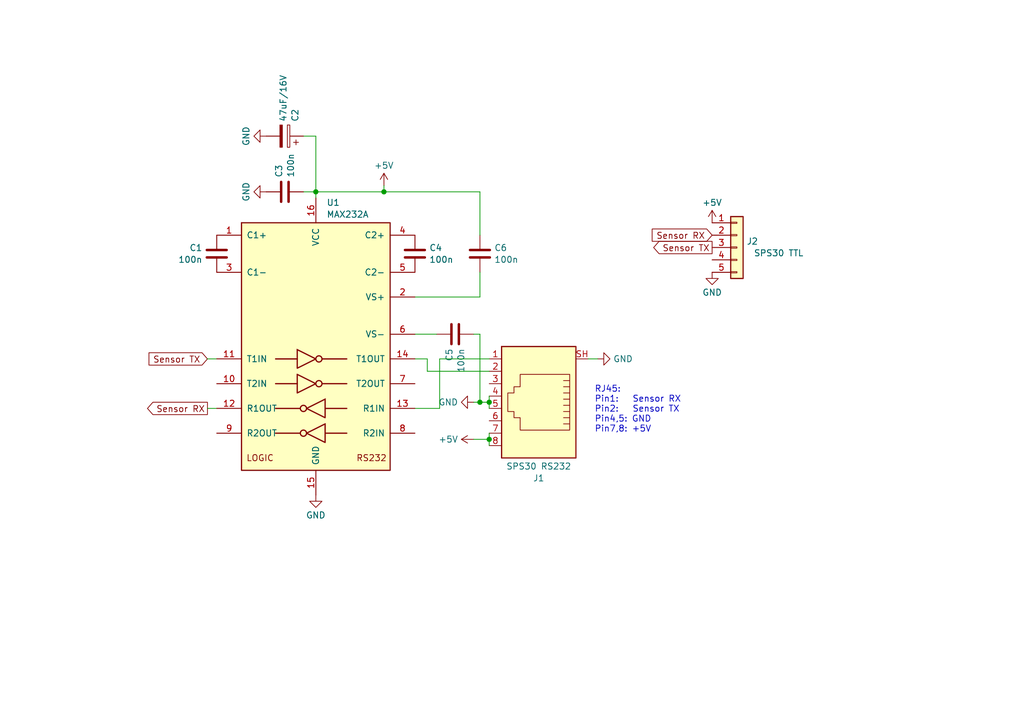
<source format=kicad_sch>
(kicad_sch (version 20231120) (generator "eeschema") (generator_version "8.0")
  (paper "A5")
  (lib_symbols
    (symbol "Connector:RJ45" (pin_names (offset 1.016))
      (property "Reference" "J1" (at 0 16.8443 0))
      (property "Value" "SPS30-1 RS232" (at 0 14.4201 0))
      (symbol "RJ45_0_1"
        (polyline (pts (xy -5.08 4.445) (xy -6.35 4.445)))
        (polyline (pts (xy -5.08 5.715) (xy -6.35 5.715)))
        (polyline (pts (xy -6.35 -3.175) (xy -5.08 -3.175) (xy -5.08 -3.175)))
        (polyline (pts (xy -6.35 -1.905) (xy -5.08 -1.905) (xy -5.08 -1.905)))
        (polyline (pts (xy -6.35 -0.635) (xy -5.08 -0.635) (xy -5.08 -0.635)))
        (polyline (pts (xy -6.35 0.635) (xy -5.08 0.635) (xy -5.08 0.635)))
        (polyline (pts (xy -6.35 1.905) (xy -5.08 1.905) (xy -5.08 1.905)))
        (polyline (pts (xy -5.08 3.175) (xy -6.35 3.175) (xy -6.35 3.175)))
        (polyline (pts (xy -6.35 -4.445) (xy -6.35 6.985) (xy 3.81 6.985) (xy 3.81 4.445) (xy 5.08 4.445) (xy 5.08 3.175) (xy 6.35 3.175) (xy 6.35 -0.635) (xy 5.08 -0.635) (xy 5.08 -1.905) (xy 3.81 -1.905) (xy 3.81 -4.445) (xy -6.35 -4.445) (xy -6.35 -4.445)))
        (rectangle (start 7.62 12.7) (end -7.62 -10.16) (stroke (width 0.254)) (fill (type background)))
      )
      (symbol "RJ45_1_1"
        (pin passive line (at 10.16 -7.62 180) (length 2.54) (name "~") (number "1"))
        (pin passive line (at 10.16 -5.08 180) (length 2.54) (name "~") (number "2"))
        (pin passive line (at 10.16 -2.54 180) (length 2.54) (name "~") (number "3"))
        (pin passive line (at 10.16 0 180) (length 2.54) (name "~") (number "4"))
        (pin passive line (at 10.16 2.54 180) (length 2.54) (name "~") (number "5"))
        (pin passive line (at 10.16 5.08 180) (length 2.54) (name "~") (number "6"))
        (pin passive line (at 10.16 7.62 180) (length 2.54) (name "~") (number "7"))
        (pin passive line (at 10.16 10.16 180) (length 2.54) (name "~") (number "8"))
        (pin passive line (at -10.16 -7.62 0) (length 2.54) (name "") (number "SH"))
      )
    )
    (symbol "Connector_Generic:Conn_01x05" (pin_names (offset 1.016) hide)
      (property "Reference" "J" (at 0 7.62 0))
      (property "Value" "Conn_01x05" (at 0 -7.62 0))
      (symbol "Conn_01x05_1_1"
        (rectangle (start -1.27 -4.953) (end 0 -5.207) (stroke (width 0.1524)))
        (rectangle (start -1.27 -2.413) (end 0 -2.667) (stroke (width 0.1524)))
        (rectangle (start -1.27 0.127) (end 0 -0.127) (stroke (width 0.1524)))
        (rectangle (start -1.27 2.667) (end 0 2.413) (stroke (width 0.1524)))
        (rectangle (start -1.27 5.207) (end 0 4.953) (stroke (width 0.1524)))
        (rectangle (start -1.27 6.35) (end 1.27 -6.35) (stroke (width 0.254)) (fill (type background)))
        (pin passive line (at -5.08 5.08 0) (length 3.81) (name "Pin_1") (number "1"))
        (pin passive line (at -5.08 2.54 0) (length 3.81) (name "Pin_2") (number "2"))
        (pin passive line (at -5.08 0 0) (length 3.81) (name "Pin_3") (number "3"))
        (pin passive line (at -5.08 -2.54 0) (length 3.81) (name "Pin_4") (number "4"))
        (pin passive line (at -5.08 -5.08 0) (length 3.81) (name "Pin_5") (number "5"))
      )
    )
    (symbol "Device:C" (pin_numbers hide) (pin_names (offset 0.254))
      (property "Reference" "C" (at 0.635 2.54 0))
      (property "Value" "C" (at 0.635 -2.54 0))
      (symbol "C_0_1"
        (polyline (pts (xy -2.032 -0.762) (xy 2.032 -0.762)) (stroke (width 0.508)))
        (polyline (pts (xy -2.032 0.762) (xy 2.032 0.762)) (stroke (width 0.508)))
      )
      (symbol "C_1_1"
        (pin passive line (at 0 3.81 270) (length 2.794) (name "~") (number "1"))
        (pin passive line (at 0 -3.81 90) (length 2.794) (name "~") (number "2"))
      )
    )
    (symbol "Device:C_Polarized" (pin_numbers hide) (pin_names (offset 0.254))
      (property "Reference" "C" (at 0.635 2.54 0))
      (property "Value" "C_Polarized" (at 0.635 -2.54 0))
      (symbol "C_Polarized_0_1"
        (rectangle (start -2.286 0.508) (end 2.286 1.016))
        (polyline (pts (xy -1.778 2.286) (xy -0.762 2.286)))
        (polyline (pts (xy -1.27 2.794) (xy -1.27 1.778)))
        (rectangle (start 2.286 -0.508) (end -2.286 -1.016) (fill (type outline)))
      )
      (symbol "C_Polarized_1_1"
        (pin passive line (at 0 3.81 270) (length 2.794) (name "~") (number "1"))
        (pin passive line (at 0 -3.81 90) (length 2.794) (name "~") (number "2"))
      )
    )
    (symbol "Interface_UART:MAX232" (pin_names (offset 1.016))
      (property "Reference" "U" (at -2.54 28.575 0))
      (property "Value" "MAX232" (at -2.54 26.67 0))
      (symbol "MAX232_0_0"
        (text "LOGIC" (at -11.43 -22.86 0) (effects (font (size 1.27 1.27))))
        (text "RS232" (at 11.43 -22.86 0) (effects (font (size 1.27 1.27))))
      )
      (symbol "MAX232_0_1"
        (rectangle (start -15.24 -25.4) (end 15.24 25.4) (stroke (width 0.254)) (fill (type background)))
        (circle (center -2.54 -17.78) (radius 0.635) (stroke (width 0.254)))
        (circle (center -2.54 -12.7) (radius 0.635) (stroke (width 0.254)))
        (polyline (pts (xy -3.81 -7.62) (xy -8.255 -7.62)) (stroke (width 0.254)))
        (polyline (pts (xy -3.81 -2.54) (xy -8.255 -2.54)) (stroke (width 0.254)))
        (polyline (pts (xy -3.175 -17.78) (xy -8.255 -17.78)) (stroke (width 0.254)))
        (polyline (pts (xy -3.175 -12.7) (xy -8.255 -12.7)) (stroke (width 0.254)))
        (polyline (pts (xy 1.27 -7.62) (xy 6.35 -7.62)) (stroke (width 0.254)))
        (polyline (pts (xy 1.27 -2.54) (xy 6.35 -2.54)) (stroke (width 0.254)))
        (polyline (pts (xy 1.905 -17.78) (xy 6.35 -17.78)) (stroke (width 0.254)))
        (polyline (pts (xy 1.905 -12.7) (xy 6.35 -12.7)) (stroke (width 0.254)))
        (polyline (pts (xy -3.81 -5.715) (xy -3.81 -9.525) (xy 0 -7.62) (xy -3.81 -5.715)) (stroke (width 0.254)))
        (polyline (pts (xy -3.81 -0.635) (xy -3.81 -4.445) (xy 0 -2.54) (xy -3.81 -0.635)) (stroke (width 0.254)))
        (polyline (pts (xy 1.905 -15.875) (xy 1.905 -19.685) (xy -1.905 -17.78) (xy 1.905 -15.875)) (stroke (width 0.254)))
        (polyline (pts (xy 1.905 -10.795) (xy 1.905 -14.605) (xy -1.905 -12.7) (xy 1.905 -10.795)) (stroke (width 0.254)))
        (circle (center 0.635 -7.62) (radius 0.635) (stroke (width 0.254)))
        (circle (center 0.635 -2.54) (radius 0.635) (stroke (width 0.254)))
      )
      (symbol "MAX232_1_1"
        (pin passive line (at -20.32 22.86 0) (length 5.08) (name "C1+") (number "1"))
        (pin input line (at -20.32 -7.62 0) (length 5.08) (name "T2IN") (number "10"))
        (pin input line (at -20.32 -2.54 0) (length 5.08) (name "T1IN") (number "11"))
        (pin output line (at -20.32 -12.7 0) (length 5.08) (name "R1OUT") (number "12"))
        (pin input line (at 20.32 -12.7 180) (length 5.08) (name "R1IN") (number "13"))
        (pin output line (at 20.32 -2.54 180) (length 5.08) (name "T1OUT") (number "14"))
        (pin power_in line (at 0 -30.48 90) (length 5.08) (name "GND") (number "15"))
        (pin power_in line (at 0 30.48 270) (length 5.08) (name "VCC") (number "16"))
        (pin power_out line (at 20.32 10.16 180) (length 5.08) (name "VS+") (number "2"))
        (pin passive line (at -20.32 15.24 0) (length 5.08) (name "C1-") (number "3"))
        (pin passive line (at 20.32 22.86 180) (length 5.08) (name "C2+") (number "4"))
        (pin passive line (at 20.32 15.24 180) (length 5.08) (name "C2-") (number "5"))
        (pin power_out line (at 20.32 2.54 180) (length 5.08) (name "VS-") (number "6"))
        (pin output line (at 20.32 -7.62 180) (length 5.08) (name "T2OUT") (number "7"))
        (pin input line (at 20.32 -17.78 180) (length 5.08) (name "R2IN") (number "8"))
        (pin output line (at -20.32 -17.78 0) (length 5.08) (name "R2OUT") (number "9"))
      )
    )
    (symbol "power:+5V" (power) (pin_names (offset 0))
      (property "Value" "+5V" (at 0 3.556 0))
      (symbol "+5V_0_1"
        (polyline (pts (xy -0.762 1.27) (xy 0 2.54)))
        (polyline (pts (xy 0 0) (xy 0 2.54)))
        (polyline (pts (xy 0 2.54) (xy 0.762 1.27)))
      )
      (symbol "+5V_1_1"
        (pin power_in line (at 0 0 90) (length 0) hide (name "+5V") (number "1"))
      )
    )
    (symbol "power:GND" (power) (pin_names (offset 0))
      (property "Value" "GND" (at 0 -3.81 0))
      (symbol "GND_0_1"
        (polyline (pts (xy 0 0) (xy 0 -1.27) (xy 1.27 -1.27) (xy 0 -2.54) (xy -1.27 -1.27) (xy 0 -1.27)))
      )
      (symbol "GND_1_1"
        (pin power_in line (at 0 0 270) (length 0) hide (name "GND") (number "1"))
      )
    )
  )
  (junction (at 98.425 82.55))
  (junction (at 78.74 39.37))
  (junction (at 100.33 90.17))
  (junction (at 100.33 82.55))
  (junction (at 64.77 39.37))
  (wire (pts (xy 120.65 73.66) (xy 122.555 73.66)))
  (wire (pts (xy 85.09 60.96) (xy 98.425 60.96)))
  (wire (pts (xy 78.74 38.1) (xy 78.74 39.37)))
  (wire (pts (xy 98.425 39.37) (xy 78.74 39.37)))
  (wire (pts (xy 100.33 73.66) (xy 90.17 73.66)))
  (wire (pts (xy 78.74 39.37) (xy 64.77 39.37)))
  (wire (pts (xy 100.33 76.2) (xy 87.63 76.2)))
  (wire (pts (xy 62.23 27.94) (xy 64.77 27.94)))
  (wire (pts (xy 64.77 27.94) (xy 64.77 39.37)))
  (wire (pts (xy 97.155 68.58) (xy 98.425 68.58)))
  (wire (pts (xy 42.545 73.66) (xy 44.45 73.66)))
  (wire (pts (xy 87.63 76.2) (xy 87.63 73.66)))
  (wire (pts (xy 100.33 90.17) (xy 100.33 88.9)))
  (wire (pts (xy 100.33 83.82) (xy 100.33 82.55)))
  (wire (pts (xy 100.33 82.55) (xy 100.33 81.28)))
  (wire (pts (xy 100.33 82.55) (xy 98.425 82.55)))
  (wire (pts (xy 62.23 39.37) (xy 64.77 39.37)))
  (wire (pts (xy 90.17 83.82) (xy 85.09 83.82)))
  (wire (pts (xy 98.425 82.55) (xy 97.155 82.55)))
  (wire (pts (xy 87.63 73.66) (xy 85.09 73.66)))
  (wire (pts (xy 98.425 68.58) (xy 98.425 82.55)))
  (wire (pts (xy 90.17 73.66) (xy 90.17 83.82)))
  (wire (pts (xy 42.545 83.82) (xy 44.45 83.82)))
  (wire (pts (xy 100.33 90.17) (xy 97.155 90.17)))
  (wire (pts (xy 98.425 48.26) (xy 98.425 39.37)))
  (wire (pts (xy 98.425 55.88) (xy 98.425 60.96)))
  (wire (pts (xy 100.33 91.44) (xy 100.33 90.17)))
  (wire (pts (xy 64.77 39.37) (xy 64.77 40.64)))
  (wire (pts (xy 89.535 68.58) (xy 85.09 68.58)))
  (text "RJ45:\nPin1:   Sensor RX\nPin2:   Sensor TX\nPin4,5: GND\nPin7,8: +5V" (at 121.92 88.9 0) (effects (font (size 1.27 1.27)) (justify left bottom)))
  (global_label "Sensor TX" (shape input) (at 42.545 73.66 180) (property "Intersheetrefs" "${INTERSHEET_REFS}" (effects (hide yes))))
  (global_label "Sensor TX" (shape output) (at 146.05 50.8 180) (property "Intersheetrefs" "${INTERSHEET_REFS}" (effects (hide yes))))
  (global_label "Sensor RX" (shape input) (at 146.05 48.26 180) (property "Intersheetrefs" "${INTERSHEET_REFS}" (effects (hide yes))))
  (global_label "Sensor RX" (shape output) (at 42.545 83.82 180) (property "Intersheetrefs" "${INTERSHEET_REFS}" (effects (hide yes))))
  (symbol (lib_id "power:GND") (at 97.155 82.55 270) (unit 1)
    (property "Reference" "#PWR05" (effects (hide yes)))
    (property "Value" "GND" (at 93.9801 82.55 90) (effects (justify right)))
  )
  (symbol (lib_id "Device:C") (at 85.09 52.07 0) (mirror y) (unit 1)
    (property "Reference" "C4" (at 88.011 50.8579 0) (effects (justify right)))
    (property "Value" "100n" (at 88.011 53.2821 0) (effects (justify right)))
    (property "Footprint" "Capacitor_SMD:C_0603_1608Metric" (effects (hide yes)))
    (property "LCSC" "C14663" (effects (hide yes)))
  )
  (symbol (lib_id "Device:C") (at 44.45 52.07 0) (unit 1)
    (property "Reference" "C1" (at 41.529 50.8579 0) (effects (justify right)))
    (property "Value" "100n" (at 41.529 53.2821 0) (effects (justify right)))
    (property "Footprint" "Capacitor_SMD:C_0603_1608Metric" (effects (hide yes)))
    (property "LCSC" "C14663" (effects (hide yes)))
  )
  (symbol (lib_id "power:GND") (at 54.61 27.94 270) (unit 1)
    (property "Reference" "#PWR01" (effects (hide yes)))
    (property "Value" "GND" (at 50.4769 27.94 0))
  )
  (symbol (lib_id "Connector:RJ45") (at 110.49 81.28 180) (unit 1)
    (property "Reference" "J1" (at 110.49 98.1243 0))
    (property "Value" "SPS30 RS232" (at 110.49 95.7001 0))
    (property "Footprint" "Connector_RJ:RJ45_Ninigi_GE" (effects (hide yes)))
  )
  (symbol (lib_id "Device:C") (at 93.345 68.58 90) (unit 1)
    (property "Reference" "C5" (at 92.1329 71.501 0) (effects (justify right)))
    (property "Value" "100n" (at 94.5571 71.501 0) (effects (justify right)))
    (property "Footprint" "Capacitor_SMD:C_0603_1608Metric" (effects (hide yes)))
    (property "LCSC" "C14663" (effects (hide yes)))
  )
  (symbol (lib_id "Connector_Generic:Conn_01x05") (at 151.13 50.8 0) (unit 1)
    (property "Reference" "J2" (at 154.305 49.53 0))
    (property "Value" "SPS30 TTL" (at 159.7025 51.9374 0))
    (property "Footprint" "footprints:JST_ZH_B5B-ZR_1x5_P1.50mm_Vertical" (effects (hide yes)))
  )
  (symbol (lib_id "Device:C_Polarized") (at 58.42 27.94 270) (mirror x) (unit 1)
    (property "Reference" "C2" (at 60.5211 25.019 0) (effects (justify left)))
    (property "Value" "47uF/16V" (at 58.0969 25.019 0) (effects (justify left)))
    (property "Footprint" "Capacitor_THT:CP_Radial_D8.0mm_P3.50mm" (effects (hide yes)))
  )
  (symbol (lib_id "power:+5V") (at 97.155 90.17 90) (unit 1)
    (property "Reference" "#PWR06" (effects (hide yes)))
    (property "Value" "+5V" (at 93.9801 90.17 90) (effects (justify left)))
  )
  (symbol (lib_id "Device:C") (at 98.425 52.07 0) (mirror y) (unit 1)
    (property "Reference" "C6" (at 101.346 50.8579 0) (effects (justify right)))
    (property "Value" "100n" (at 101.346 53.2821 0) (effects (justify right)))
    (property "Footprint" "Capacitor_SMD:C_0603_1608Metric" (effects (hide yes)))
    (property "LCSC" "C14663" (effects (hide yes)))
  )
  (symbol (lib_id "power:+5V") (at 78.74 38.1 0) (unit 1)
    (property "Reference" "#PWR04" (effects (hide yes)))
    (property "Value" "+5V" (at 78.74 33.9669 0))
  )
  (symbol (lib_id "power:GND") (at 122.555 73.66 90) (unit 1)
    (property "Reference" "#PWR09" (effects (hide yes)))
    (property "Value" "GND" (at 125.73 73.66 90) (effects (justify right)))
  )
  (symbol (lib_id "power:GND") (at 64.77 101.6 0) (unit 1)
    (property "Reference" "#PWR03" (effects (hide yes)))
    (property "Value" "GND" (at 64.77 105.7331 0))
  )
  (symbol (lib_id "Device:C") (at 58.42 39.37 90) (mirror x) (unit 1)
    (property "Reference" "C3" (at 57.2079 36.449 0) (effects (justify right)))
    (property "Value" "100n" (at 59.6321 36.449 0) (effects (justify right)))
    (property "Footprint" "Capacitor_SMD:C_0603_1608Metric" (effects (hide yes)))
    (property "LCSC" "C14663" (effects (hide yes)))
  )
  (symbol (lib_id "power:GND") (at 146.05 55.88 0) (unit 1)
    (property "Reference" "#PWR08" (effects (hide yes)))
    (property "Value" "GND" (at 146.05 60.0131 0))
  )
  (symbol (lib_id "power:+5V") (at 146.05 45.72 0) (unit 1)
    (property "Reference" "#PWR07" (effects (hide yes)))
    (property "Value" "+5V" (at 146.05 41.5869 0))
  )
  (symbol (lib_id "Interface_UART:MAX232") (at 64.77 71.12 0) (unit 1)
    (property "Reference" "U1" (at 66.9641 41.5757 0) (effects (justify left)))
    (property "Value" "MAX232A" (at 66.9641 43.9999 0) (effects (justify left)))
    (property "Footprint" "Package_SO:SO-16_3.9x9.9mm_P1.27mm" (effects (hide yes)))
    (property "Datasheet" "http://www.ti.com/lit/ds/symlink/max232.pdf" (effects (hide yes)))
  )
  (symbol (lib_id "power:GND") (at 54.61 39.37 270) (unit 1)
    (property "Reference" "#PWR02" (effects (hide yes)))
    (property "Value" "GND" (at 50.4769 39.37 0))
  )
)
</source>
